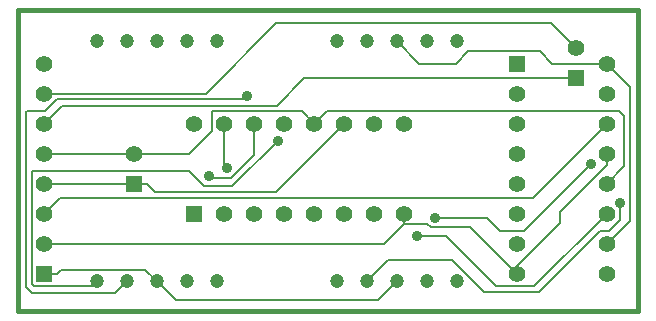
<source format=gtl>
G04 (created by PCBNEW-RS274X (2012-apr-16-27)-stable) date Thu 19 Jun 2014 09:24:34 AM PDT*
G01*
G70*
G90*
%MOIN*%
G04 Gerber Fmt 3.4, Leading zero omitted, Abs format*
%FSLAX34Y34*%
G04 APERTURE LIST*
%ADD10C,0.006000*%
%ADD11C,0.015000*%
%ADD12R,0.055000X0.055000*%
%ADD13C,0.055000*%
%ADD14C,0.047200*%
%ADD15C,0.035000*%
%ADD16C,0.008000*%
G04 APERTURE END LIST*
G54D10*
G54D11*
X25787Y-05709D02*
X05118Y-05709D01*
X25787Y-15748D02*
X25787Y-05709D01*
X05118Y-15748D02*
X25787Y-15748D01*
X05118Y-05709D02*
X05118Y-15748D01*
G54D12*
X06000Y-14500D03*
G54D13*
X06000Y-13500D03*
X06000Y-12500D03*
X06000Y-11500D03*
X06000Y-10500D03*
X06000Y-09500D03*
X06000Y-08500D03*
X06000Y-07500D03*
G54D12*
X09000Y-11500D03*
G54D13*
X09000Y-10500D03*
G54D12*
X21750Y-07500D03*
G54D13*
X21750Y-08500D03*
X21750Y-09500D03*
X21750Y-10500D03*
X21750Y-11500D03*
X21750Y-12500D03*
X21750Y-13500D03*
X21750Y-14500D03*
X24750Y-14500D03*
X24750Y-13500D03*
X24750Y-12500D03*
X24750Y-11500D03*
X24750Y-10500D03*
X24750Y-09500D03*
X24750Y-08500D03*
X24750Y-07500D03*
G54D12*
X11000Y-12500D03*
G54D13*
X12000Y-12500D03*
X13000Y-12500D03*
X14000Y-12500D03*
X15000Y-12500D03*
X16000Y-12500D03*
X17000Y-12500D03*
X18000Y-12500D03*
X18000Y-09500D03*
X17000Y-09500D03*
X16000Y-09500D03*
X15000Y-09500D03*
X14000Y-09500D03*
X13000Y-09500D03*
X12000Y-09500D03*
X11000Y-09500D03*
G54D14*
X15750Y-14750D03*
X16750Y-14750D03*
X17750Y-14750D03*
X18750Y-14750D03*
X19750Y-14750D03*
X15750Y-06750D03*
X16750Y-06750D03*
X17750Y-06750D03*
X18750Y-06750D03*
X19750Y-06750D03*
X07750Y-14750D03*
X08750Y-14750D03*
X09750Y-14750D03*
X10750Y-14750D03*
X11750Y-14750D03*
X07750Y-06750D03*
X08750Y-06750D03*
X09750Y-06750D03*
X10750Y-06750D03*
X11750Y-06750D03*
G54D12*
X23720Y-07980D03*
G54D13*
X23720Y-06980D03*
G54D15*
X24233Y-10838D03*
X19024Y-12636D03*
X25199Y-12160D03*
X11475Y-11259D03*
X12098Y-10992D03*
X13784Y-10072D03*
X12765Y-08573D03*
X18419Y-13247D03*
G54D16*
X17330Y-13500D02*
X18000Y-12830D01*
X21615Y-14365D02*
X23184Y-12796D01*
X06000Y-13500D02*
X17330Y-13500D01*
X18000Y-12830D02*
X18000Y-12500D01*
X20204Y-12954D02*
X21615Y-14365D01*
X18892Y-12954D02*
X20204Y-12954D01*
X18768Y-12830D02*
X18892Y-12954D01*
X18000Y-12830D02*
X18768Y-12830D01*
X21615Y-14365D02*
X21750Y-14500D01*
X24750Y-10875D02*
X24750Y-10500D01*
X23184Y-12441D02*
X24750Y-10875D01*
X23184Y-12796D02*
X23184Y-12441D01*
X22005Y-13066D02*
X21191Y-13066D01*
X24233Y-10838D02*
X22005Y-13066D01*
X21191Y-13066D02*
X20761Y-12636D01*
X20761Y-12636D02*
X19024Y-12636D01*
X16750Y-14750D02*
X17452Y-14048D01*
X17452Y-14048D02*
X19596Y-14048D01*
X19596Y-14048D02*
X20657Y-15109D01*
X20657Y-15109D02*
X22489Y-15109D01*
X22489Y-15109D02*
X24517Y-13081D01*
X24517Y-13081D02*
X24821Y-13081D01*
X25199Y-12703D02*
X25199Y-12160D01*
X24821Y-13081D02*
X25199Y-12703D01*
X13000Y-09500D02*
X13000Y-10542D01*
X13000Y-10542D02*
X12229Y-11313D01*
X12229Y-11313D02*
X11529Y-11313D01*
X11529Y-11313D02*
X11475Y-11259D01*
X12000Y-10894D02*
X12098Y-10992D01*
X12000Y-09500D02*
X12000Y-10894D01*
X12270Y-11586D02*
X13784Y-10072D01*
X11323Y-11586D02*
X12270Y-11586D01*
X10818Y-11081D02*
X11323Y-11586D01*
X05603Y-11081D02*
X10818Y-11081D01*
X05581Y-11103D02*
X05603Y-11081D01*
X05581Y-14833D02*
X05581Y-11103D01*
X05667Y-14919D02*
X05581Y-14833D01*
X07581Y-14919D02*
X05667Y-14919D01*
X07750Y-14750D02*
X07581Y-14919D01*
X06012Y-09081D02*
X05419Y-09081D01*
X05397Y-09103D02*
X05397Y-14944D01*
X05419Y-09081D02*
X05397Y-09103D01*
X06409Y-08684D02*
X06012Y-09081D01*
X12654Y-08684D02*
X06409Y-08684D01*
X12765Y-08573D02*
X12654Y-08684D01*
X05397Y-14944D02*
X05583Y-15130D01*
X05583Y-15130D02*
X08370Y-15130D01*
X08370Y-15130D02*
X08750Y-14750D01*
X25337Y-09256D02*
X25337Y-10913D01*
X15000Y-09500D02*
X15434Y-09066D01*
X15434Y-09066D02*
X25147Y-09066D01*
X25147Y-09066D02*
X25337Y-09256D01*
X25337Y-10913D02*
X24750Y-11500D01*
X15000Y-09500D02*
X14580Y-09080D01*
X14580Y-09080D02*
X11603Y-09080D01*
X09000Y-10500D02*
X06000Y-10500D01*
X10831Y-10500D02*
X09000Y-10500D01*
X11581Y-09750D02*
X10831Y-10500D01*
X11581Y-09102D02*
X11581Y-09750D01*
X11603Y-09080D02*
X11581Y-09102D01*
X09750Y-14750D02*
X09368Y-14368D01*
X06000Y-14500D02*
X06418Y-14500D01*
X06550Y-14368D02*
X06418Y-14500D01*
X17750Y-14750D02*
X17117Y-15383D01*
X17117Y-15383D02*
X10383Y-15383D01*
X10383Y-15383D02*
X09750Y-14750D01*
X24750Y-07500D02*
X25521Y-08271D01*
X25521Y-08271D02*
X25521Y-12729D01*
X25521Y-12729D02*
X24750Y-13500D01*
X17750Y-06750D02*
X18497Y-07497D01*
X18497Y-07497D02*
X19714Y-07497D01*
X19714Y-07497D02*
X20130Y-07081D01*
X20130Y-07081D02*
X22513Y-07081D01*
X22513Y-07081D02*
X22932Y-07500D01*
X22932Y-07500D02*
X24750Y-07500D01*
X09368Y-14368D02*
X06550Y-14368D01*
X18419Y-13247D02*
X19387Y-13247D01*
X19387Y-13247D02*
X21065Y-14925D01*
X09705Y-11787D02*
X09418Y-11500D01*
X13713Y-11787D02*
X09705Y-11787D01*
X16000Y-09500D02*
X13713Y-11787D01*
X22325Y-14925D02*
X24750Y-12500D01*
X09000Y-11500D02*
X09418Y-11500D01*
X06000Y-11500D02*
X09000Y-11500D01*
X21065Y-14925D02*
X22325Y-14925D01*
X24750Y-09500D02*
X22279Y-11971D01*
X22279Y-11971D02*
X06529Y-11971D01*
X06529Y-11971D02*
X06000Y-12500D01*
X06604Y-08896D02*
X06000Y-09500D01*
X13754Y-08896D02*
X06604Y-08896D01*
X14670Y-07980D02*
X13754Y-08896D01*
X23720Y-07980D02*
X14670Y-07980D01*
X11379Y-08500D02*
X06000Y-08500D01*
X13728Y-06151D02*
X11379Y-08500D01*
X22891Y-06151D02*
X13728Y-06151D01*
X23720Y-06980D02*
X22891Y-06151D01*
M02*

</source>
